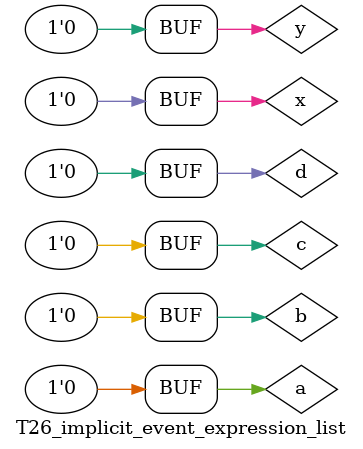
<source format=v>

/* 
If the user decides to add new signal "e"
and capture the inverse into "z",
special care must be taken to add "e"
also into the sensitivity list.
*/

/* 
Verilog now allows the sensitivity list to be replaced by "*"
which is a convenient shorthand that eliminates these problems by adding all nets and variables that are read by the statemnt like shown below.
*/

module T26_implicit_event_expression_list;

    reg a, b, c, d, e;
    reg x, y, z;

    // use @* or @(*)
    always @* begin
        x = a | b;
        y = c ^ d;
        z = ~e;
    end

    initial begin
        $monitor("T=%0t a=%0b b=%0b c=%0b d=%0b e=%0b x=%0b y=%0b z=%0b", $time, a, b, c, d, e, x, y, z);

        {a, b, c, d, x, y, z} <= 0;

        #10 {a, b, c, d, e} <= $random;
        #10 {a, b, c, d, e} <= $random;
        #10 {a, b, c, d, e} <= $random;
    end    
endmodule
</source>
